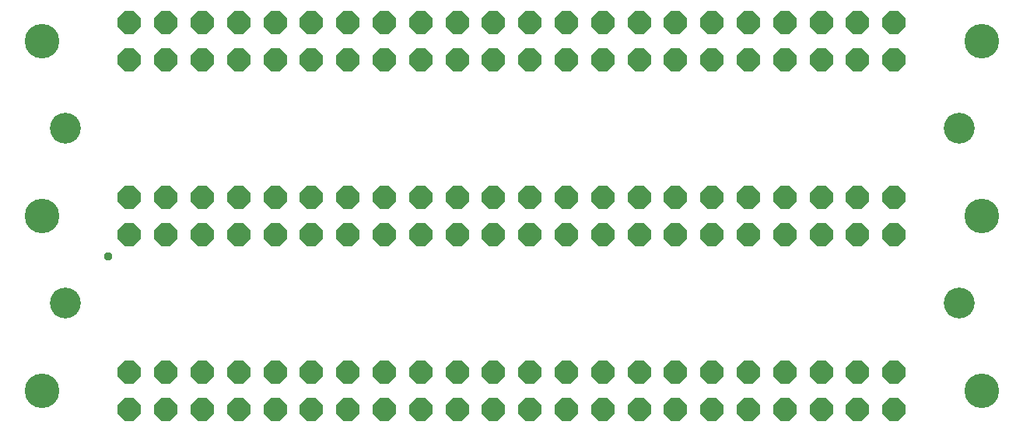
<source format=gbs>
G04 EAGLE Gerber RS-274X export*
G75*
%MOMM*%
%FSLAX34Y34*%
%LPD*%
%INSoldermask Bottom*%
%IPPOS*%
%AMOC8*
5,1,8,0,0,1.08239X$1,22.5*%
G01*
%ADD10C,3.352800*%
%ADD11P,2.694285X8X202.500000*%
%ADD12P,2.694285X8X22.500000*%
%ADD13C,3.759200*%
%ADD14C,0.959600*%


D10*
X63500Y146050D03*
X1035812Y146050D03*
X63500Y336550D03*
X1035812Y336550D03*
D11*
X568960Y261620D03*
X568960Y220980D03*
X608584Y261620D03*
X648208Y261620D03*
X687832Y261620D03*
X727456Y261620D03*
X767080Y261620D03*
X806704Y261620D03*
X846328Y261620D03*
X885952Y261620D03*
X925576Y261620D03*
X965200Y261620D03*
X608584Y220980D03*
X648208Y220980D03*
X687832Y220980D03*
X727456Y220980D03*
X767080Y220980D03*
X806704Y220980D03*
X846328Y220980D03*
X885952Y220980D03*
X925576Y220980D03*
X965200Y220980D03*
D12*
X529336Y220980D03*
X529336Y261620D03*
X489712Y220980D03*
X450088Y220980D03*
X410464Y220980D03*
X370840Y220980D03*
X331216Y220980D03*
X291592Y220980D03*
X251968Y220980D03*
X212344Y220980D03*
X172720Y220980D03*
X133096Y220980D03*
X489712Y261620D03*
X450088Y261620D03*
X410464Y261620D03*
X370840Y261620D03*
X331216Y261620D03*
X291592Y261620D03*
X251968Y261620D03*
X212344Y261620D03*
X172720Y261620D03*
X133096Y261620D03*
D13*
X37592Y241300D03*
X1060704Y241300D03*
D11*
X568960Y71120D03*
X568960Y30480D03*
X608584Y71120D03*
X648208Y71120D03*
X687832Y71120D03*
X727456Y71120D03*
X767080Y71120D03*
X806704Y71120D03*
X846328Y71120D03*
X885952Y71120D03*
X925576Y71120D03*
X965200Y71120D03*
X608584Y30480D03*
X648208Y30480D03*
X687832Y30480D03*
X727456Y30480D03*
X767080Y30480D03*
X806704Y30480D03*
X846328Y30480D03*
X885952Y30480D03*
X925576Y30480D03*
X965200Y30480D03*
D12*
X529336Y30480D03*
X529336Y71120D03*
X489712Y30480D03*
X450088Y30480D03*
X410464Y30480D03*
X370840Y30480D03*
X331216Y30480D03*
X291592Y30480D03*
X251968Y30480D03*
X212344Y30480D03*
X172720Y30480D03*
X133096Y30480D03*
X489712Y71120D03*
X450088Y71120D03*
X410464Y71120D03*
X370840Y71120D03*
X331216Y71120D03*
X291592Y71120D03*
X251968Y71120D03*
X212344Y71120D03*
X172720Y71120D03*
X133096Y71120D03*
D13*
X37592Y50800D03*
X1060704Y50800D03*
D11*
X568960Y452120D03*
X568960Y411480D03*
X608584Y452120D03*
X648208Y452120D03*
X687832Y452120D03*
X727456Y452120D03*
X767080Y452120D03*
X806704Y452120D03*
X846328Y452120D03*
X885952Y452120D03*
X925576Y452120D03*
X965200Y452120D03*
X608584Y411480D03*
X648208Y411480D03*
X687832Y411480D03*
X727456Y411480D03*
X767080Y411480D03*
X806704Y411480D03*
X846328Y411480D03*
X885952Y411480D03*
X925576Y411480D03*
X965200Y411480D03*
D12*
X529336Y411480D03*
X529336Y452120D03*
X489712Y411480D03*
X450088Y411480D03*
X410464Y411480D03*
X370840Y411480D03*
X331216Y411480D03*
X291592Y411480D03*
X251968Y411480D03*
X212344Y411480D03*
X172720Y411480D03*
X133096Y411480D03*
X489712Y452120D03*
X450088Y452120D03*
X410464Y452120D03*
X370840Y452120D03*
X331216Y452120D03*
X291592Y452120D03*
X251968Y452120D03*
X212344Y452120D03*
X172720Y452120D03*
X133096Y452120D03*
D13*
X37592Y431800D03*
X1060704Y431800D03*
D14*
X109538Y196850D03*
M02*

</source>
